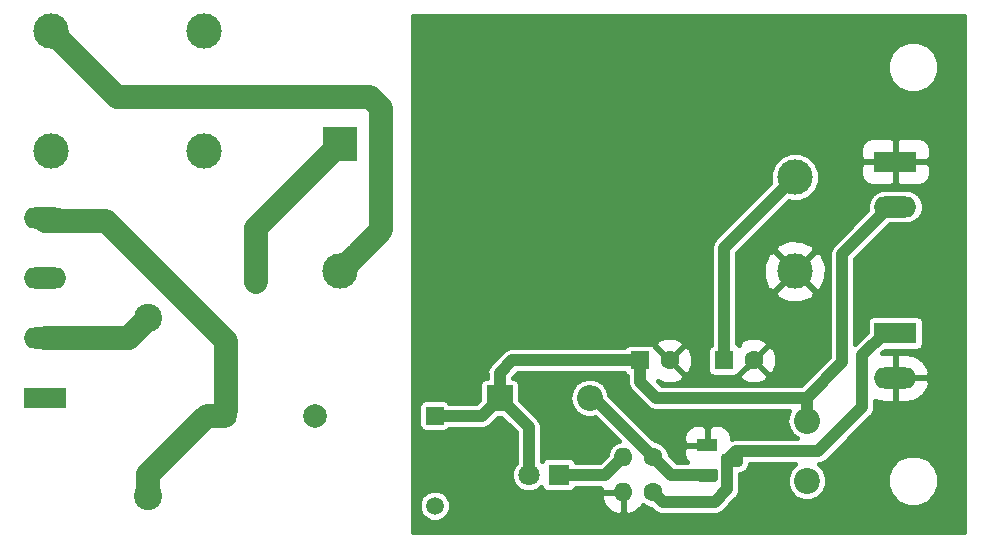
<source format=gbr>
G04 #@! TF.GenerationSoftware,KiCad,Pcbnew,(5.0.0-3-g5ebb6b6)*
G04 #@! TF.CreationDate,2018-11-29T16:19:06+00:00*
G04 #@! TF.ProjectId,PowerSupply,506F776572537570706C792E6B696361,rev?*
G04 #@! TF.SameCoordinates,Original*
G04 #@! TF.FileFunction,Copper,L1,Top,Signal*
G04 #@! TF.FilePolarity,Positive*
%FSLAX46Y46*%
G04 Gerber Fmt 4.6, Leading zero omitted, Abs format (unit mm)*
G04 Created by KiCad (PCBNEW (5.0.0-3-g5ebb6b6)) date Thursday, 29 November 2018 at 16:19:06*
%MOMM*%
%LPD*%
G01*
G04 APERTURE LIST*
G04 #@! TA.AperFunction,ComponentPad*
%ADD10C,2.400000*%
G04 #@! TD*
G04 #@! TA.AperFunction,ComponentPad*
%ADD11R,1.600000X1.600000*%
G04 #@! TD*
G04 #@! TA.AperFunction,ComponentPad*
%ADD12C,1.600000*%
G04 #@! TD*
G04 #@! TA.AperFunction,ComponentPad*
%ADD13R,2.200000X2.200000*%
G04 #@! TD*
G04 #@! TA.AperFunction,ComponentPad*
%ADD14O,2.200000X2.200000*%
G04 #@! TD*
G04 #@! TA.AperFunction,ComponentPad*
%ADD15R,1.800000X1.800000*%
G04 #@! TD*
G04 #@! TA.AperFunction,ComponentPad*
%ADD16C,1.800000*%
G04 #@! TD*
G04 #@! TA.AperFunction,ComponentPad*
%ADD17O,3.600000X1.800000*%
G04 #@! TD*
G04 #@! TA.AperFunction,ComponentPad*
%ADD18R,3.600000X1.800000*%
G04 #@! TD*
G04 #@! TA.AperFunction,ComponentPad*
%ADD19C,2.200000*%
G04 #@! TD*
G04 #@! TA.AperFunction,ComponentPad*
%ADD20C,3.000000*%
G04 #@! TD*
G04 #@! TA.AperFunction,ComponentPad*
%ADD21R,3.000000X3.000000*%
G04 #@! TD*
G04 #@! TA.AperFunction,Conductor*
%ADD22C,0.100000*%
G04 #@! TD*
G04 #@! TA.AperFunction,ComponentPad*
%ADD23C,1.100000*%
G04 #@! TD*
G04 #@! TA.AperFunction,ComponentPad*
%ADD24R,1.800000X1.100000*%
G04 #@! TD*
G04 #@! TA.AperFunction,ComponentPad*
%ADD25R,1.520000X1.520000*%
G04 #@! TD*
G04 #@! TA.AperFunction,ComponentPad*
%ADD26C,2.000000*%
G04 #@! TD*
G04 #@! TA.AperFunction,ComponentPad*
%ADD27C,1.520000*%
G04 #@! TD*
G04 #@! TA.AperFunction,ComponentPad*
%ADD28O,1.600000X1.600000*%
G04 #@! TD*
G04 #@! TA.AperFunction,Conductor*
%ADD29C,2.000000*%
G04 #@! TD*
G04 #@! TA.AperFunction,Conductor*
%ADD30C,1.000000*%
G04 #@! TD*
G04 #@! TA.AperFunction,Conductor*
%ADD31C,0.400000*%
G04 #@! TD*
G04 APERTURE END LIST*
D10*
G04 #@! TO.P,C1,1*
G04 #@! TO.N,Net-(C1-Pad1)*
X110236000Y-112268000D03*
G04 #@! TO.P,C1,2*
G04 #@! TO.N,Net-(C1-Pad2)*
X110236000Y-127268000D03*
G04 #@! TD*
D11*
G04 #@! TO.P,C2,1*
G04 #@! TO.N,Net-(C2-Pad1)*
X159004000Y-115824000D03*
D12*
G04 #@! TO.P,C2,2*
G04 #@! TO.N,GNDD*
X161504000Y-115824000D03*
G04 #@! TD*
G04 #@! TO.P,C3,2*
G04 #@! TO.N,GNDD*
X154392000Y-115824000D03*
D11*
G04 #@! TO.P,C3,1*
G04 #@! TO.N,5V*
X151892000Y-115824000D03*
G04 #@! TD*
D13*
G04 #@! TO.P,D1,1*
G04 #@! TO.N,5V*
X140000000Y-119000000D03*
D14*
G04 #@! TO.P,D1,2*
G04 #@! TO.N,Net-(D1-Pad2)*
X147620000Y-119000000D03*
G04 #@! TD*
D15*
G04 #@! TO.P,D2,1*
G04 #@! TO.N,Net-(D2-Pad1)*
X145000000Y-125500000D03*
D16*
G04 #@! TO.P,D2,2*
G04 #@! TO.N,5V*
X142460000Y-125500000D03*
G04 #@! TD*
D17*
G04 #@! TO.P,J2,2*
G04 #@! TO.N,GNDD*
X173500000Y-117310000D03*
D18*
G04 #@! TO.P,J2,1*
G04 #@! TO.N,Net-(J2-Pad1)*
X173500000Y-113500000D03*
G04 #@! TD*
G04 #@! TO.P,J3,1*
G04 #@! TO.N,GNDD*
X173500000Y-99000000D03*
D17*
G04 #@! TO.P,J3,2*
G04 #@! TO.N,5V*
X173500000Y-102810000D03*
G04 #@! TD*
D19*
G04 #@! TO.P,L1,1*
G04 #@! TO.N,Net-(C2-Pad1)*
X166000000Y-126000000D03*
D14*
G04 #@! TO.P,L1,2*
G04 #@! TO.N,5V*
X166000000Y-120920000D03*
G04 #@! TD*
D20*
G04 #@! TO.P,PS1,3*
G04 #@! TO.N,GNDD*
X164992000Y-108286000D03*
G04 #@! TO.P,PS1,2*
G04 #@! TO.N,Net-(F1-Pad1)*
X126492000Y-108286000D03*
G04 #@! TO.P,PS1,4*
G04 #@! TO.N,Net-(C2-Pad1)*
X164992000Y-100286000D03*
D21*
G04 #@! TO.P,PS1,1*
G04 #@! TO.N,Net-(C1-Pad1)*
X126492000Y-97536000D03*
G04 #@! TD*
D22*
G04 #@! TO.N,Net-(J2-Pad1)*
G04 #@! TO.C,Q1*
G36*
X160321955Y-123721324D02*
X160348650Y-123725284D01*
X160374828Y-123731841D01*
X160400238Y-123740933D01*
X160424634Y-123752472D01*
X160447782Y-123766346D01*
X160469458Y-123782422D01*
X160489454Y-123800546D01*
X160507578Y-123820542D01*
X160523654Y-123842218D01*
X160537528Y-123865366D01*
X160549067Y-123889762D01*
X160558159Y-123915172D01*
X160564716Y-123941350D01*
X160568676Y-123968045D01*
X160570000Y-123995000D01*
X160570000Y-124545000D01*
X160568676Y-124571955D01*
X160564716Y-124598650D01*
X160558159Y-124624828D01*
X160549067Y-124650238D01*
X160537528Y-124674634D01*
X160523654Y-124697782D01*
X160507578Y-124719458D01*
X160489454Y-124739454D01*
X160469458Y-124757578D01*
X160447782Y-124773654D01*
X160424634Y-124787528D01*
X160400238Y-124799067D01*
X160374828Y-124808159D01*
X160348650Y-124814716D01*
X160321955Y-124818676D01*
X160295000Y-124820000D01*
X159045000Y-124820000D01*
X159018045Y-124818676D01*
X158991350Y-124814716D01*
X158965172Y-124808159D01*
X158939762Y-124799067D01*
X158915366Y-124787528D01*
X158892218Y-124773654D01*
X158870542Y-124757578D01*
X158850546Y-124739454D01*
X158832422Y-124719458D01*
X158816346Y-124697782D01*
X158802472Y-124674634D01*
X158790933Y-124650238D01*
X158781841Y-124624828D01*
X158775284Y-124598650D01*
X158771324Y-124571955D01*
X158770000Y-124545000D01*
X158770000Y-123995000D01*
X158771324Y-123968045D01*
X158775284Y-123941350D01*
X158781841Y-123915172D01*
X158790933Y-123889762D01*
X158802472Y-123865366D01*
X158816346Y-123842218D01*
X158832422Y-123820542D01*
X158850546Y-123800546D01*
X158870542Y-123782422D01*
X158892218Y-123766346D01*
X158915366Y-123752472D01*
X158939762Y-123740933D01*
X158965172Y-123731841D01*
X158991350Y-123725284D01*
X159018045Y-123721324D01*
X159045000Y-123720000D01*
X160295000Y-123720000D01*
X160321955Y-123721324D01*
X160321955Y-123721324D01*
G37*
D23*
G04 #@! TD*
G04 #@! TO.P,Q1,2*
G04 #@! TO.N,Net-(J2-Pad1)*
X159670000Y-124270000D03*
D22*
G04 #@! TO.N,Net-(D1-Pad2)*
G04 #@! TO.C,Q1*
G36*
X158251955Y-124991324D02*
X158278650Y-124995284D01*
X158304828Y-125001841D01*
X158330238Y-125010933D01*
X158354634Y-125022472D01*
X158377782Y-125036346D01*
X158399458Y-125052422D01*
X158419454Y-125070546D01*
X158437578Y-125090542D01*
X158453654Y-125112218D01*
X158467528Y-125135366D01*
X158479067Y-125159762D01*
X158488159Y-125185172D01*
X158494716Y-125211350D01*
X158498676Y-125238045D01*
X158500000Y-125265000D01*
X158500000Y-125815000D01*
X158498676Y-125841955D01*
X158494716Y-125868650D01*
X158488159Y-125894828D01*
X158479067Y-125920238D01*
X158467528Y-125944634D01*
X158453654Y-125967782D01*
X158437578Y-125989458D01*
X158419454Y-126009454D01*
X158399458Y-126027578D01*
X158377782Y-126043654D01*
X158354634Y-126057528D01*
X158330238Y-126069067D01*
X158304828Y-126078159D01*
X158278650Y-126084716D01*
X158251955Y-126088676D01*
X158225000Y-126090000D01*
X156975000Y-126090000D01*
X156948045Y-126088676D01*
X156921350Y-126084716D01*
X156895172Y-126078159D01*
X156869762Y-126069067D01*
X156845366Y-126057528D01*
X156822218Y-126043654D01*
X156800542Y-126027578D01*
X156780546Y-126009454D01*
X156762422Y-125989458D01*
X156746346Y-125967782D01*
X156732472Y-125944634D01*
X156720933Y-125920238D01*
X156711841Y-125894828D01*
X156705284Y-125868650D01*
X156701324Y-125841955D01*
X156700000Y-125815000D01*
X156700000Y-125265000D01*
X156701324Y-125238045D01*
X156705284Y-125211350D01*
X156711841Y-125185172D01*
X156720933Y-125159762D01*
X156732472Y-125135366D01*
X156746346Y-125112218D01*
X156762422Y-125090542D01*
X156780546Y-125070546D01*
X156800542Y-125052422D01*
X156822218Y-125036346D01*
X156845366Y-125022472D01*
X156869762Y-125010933D01*
X156895172Y-125001841D01*
X156921350Y-124995284D01*
X156948045Y-124991324D01*
X156975000Y-124990000D01*
X158225000Y-124990000D01*
X158251955Y-124991324D01*
X158251955Y-124991324D01*
G37*
D23*
G04 #@! TD*
G04 #@! TO.P,Q1,3*
G04 #@! TO.N,Net-(D1-Pad2)*
X157600000Y-125540000D03*
D24*
G04 #@! TO.P,Q1,1*
G04 #@! TO.N,GNDD*
X157600000Y-123000000D03*
G04 #@! TD*
D25*
G04 #@! TO.P,RL1,1*
G04 #@! TO.N,5V*
X134500000Y-120500000D03*
D26*
G04 #@! TO.P,RL1,2*
G04 #@! TO.N,Net-(F2-Pad2)*
X124340000Y-120500000D03*
G04 #@! TO.P,RL1,3*
G04 #@! TO.N,Net-(C1-Pad2)*
X116720000Y-120500000D03*
D27*
G04 #@! TO.P,RL1,5*
G04 #@! TO.N,Net-(D1-Pad2)*
X134500000Y-128120000D03*
G04 #@! TD*
D12*
G04 #@! TO.P,RV1,1*
G04 #@! TO.N,Net-(C1-Pad1)*
X119380000Y-109220000D03*
G04 #@! TO.P,RV1,2*
G04 #@! TO.N,Net-(C1-Pad2)*
X116880000Y-114220000D03*
G04 #@! TD*
D20*
G04 #@! TO.P,F1,2*
G04 #@! TO.N,Net-(F1-Pad2)*
X102000000Y-98080000D03*
G04 #@! TO.P,F1,1*
G04 #@! TO.N,Net-(F1-Pad1)*
X102000000Y-87920000D03*
G04 #@! TD*
G04 #@! TO.P,F2,1*
G04 #@! TO.N,Net-(F1-Pad2)*
X115000000Y-87920000D03*
G04 #@! TO.P,F2,2*
G04 #@! TO.N,Net-(F2-Pad2)*
X115000000Y-98080000D03*
G04 #@! TD*
D28*
G04 #@! TO.P,R1,2*
G04 #@! TO.N,GNDD*
X150460000Y-127000000D03*
D12*
G04 #@! TO.P,R1,1*
G04 #@! TO.N,Net-(J2-Pad1)*
X153000000Y-127000000D03*
G04 #@! TD*
G04 #@! TO.P,R2,1*
G04 #@! TO.N,Net-(D1-Pad2)*
X153000000Y-124000000D03*
D28*
G04 #@! TO.P,R2,2*
G04 #@! TO.N,Net-(D2-Pad1)*
X150460000Y-124000000D03*
G04 #@! TD*
D18*
G04 #@! TO.P,J1,1*
G04 #@! TO.N,Net-(F1-Pad2)*
X101500000Y-119000000D03*
D17*
G04 #@! TO.P,J1,2*
G04 #@! TO.N,Net-(C1-Pad1)*
X101500000Y-113920000D03*
G04 #@! TO.P,J1,3*
X101500000Y-108840000D03*
G04 #@! TO.P,J1,4*
G04 #@! TO.N,Net-(C1-Pad2)*
X101500000Y-103760000D03*
G04 #@! TD*
D29*
G04 #@! TO.N,Net-(C1-Pad1)*
X119380000Y-104648000D02*
X126492000Y-97536000D01*
X119380000Y-109220000D02*
X119380000Y-104648000D01*
X108584000Y-113920000D02*
X110236000Y-112268000D01*
X101500000Y-113920000D02*
X108584000Y-113920000D01*
G04 #@! TO.N,Net-(C1-Pad2)*
X110236000Y-125476000D02*
X110236000Y-127268000D01*
X116500000Y-120500000D02*
X115212000Y-120500000D01*
X115212000Y-120500000D02*
X110236000Y-125476000D01*
X116880000Y-120120000D02*
X116500000Y-120500000D01*
X116880000Y-114220000D02*
X116880000Y-120120000D01*
X106660000Y-104000000D02*
X116880000Y-114220000D01*
X101500000Y-104000000D02*
X106660000Y-104000000D01*
D30*
G04 #@! TO.N,Net-(C2-Pad1)*
X159004000Y-106274000D02*
X164992000Y-100286000D01*
X159004000Y-115824000D02*
X159004000Y-106274000D01*
G04 #@! TO.N,5V*
X142500000Y-125460000D02*
X142460000Y-125500000D01*
X166000000Y-120920000D02*
X166000000Y-119000000D01*
X169000000Y-106810000D02*
X173000000Y-102810000D01*
X169000000Y-116000000D02*
X169000000Y-106810000D01*
X166000000Y-119000000D02*
X169000000Y-116000000D01*
X153268000Y-119000000D02*
X166000000Y-119000000D01*
X151892000Y-117624000D02*
X153268000Y-119000000D01*
X151892000Y-115824000D02*
X151892000Y-117624000D01*
X138500000Y-120500000D02*
X140000000Y-119000000D01*
X134500000Y-120500000D02*
X138500000Y-120500000D01*
X140000000Y-116900000D02*
X140000000Y-119000000D01*
X141076000Y-115824000D02*
X140000000Y-116900000D01*
X151892000Y-115824000D02*
X141076000Y-115824000D01*
X142460000Y-121460000D02*
X140000000Y-119000000D01*
X142460000Y-125500000D02*
X142460000Y-121460000D01*
G04 #@! TO.N,Net-(D1-Pad2)*
X148000000Y-119000000D02*
X153000000Y-124000000D01*
X147620000Y-119000000D02*
X148000000Y-119000000D01*
X154540000Y-125540000D02*
X158000000Y-125540000D01*
X153000000Y-124000000D02*
X154540000Y-125540000D01*
G04 #@! TO.N,Net-(D2-Pad1)*
X148960000Y-125500000D02*
X150460000Y-124000000D01*
X145000000Y-125500000D02*
X148960000Y-125500000D01*
D29*
G04 #@! TO.N,Net-(F1-Pad1)*
X127991999Y-106786001D02*
X126492000Y-108286000D01*
X130000000Y-104778000D02*
X127991999Y-106786001D01*
X130000000Y-94500000D02*
X130000000Y-104778000D01*
X129000000Y-93500000D02*
X130000000Y-94500000D01*
X107580000Y-93500000D02*
X129000000Y-93500000D01*
X102000000Y-87920000D02*
X107580000Y-93500000D01*
D30*
G04 #@! TO.N,Net-(J2-Pad1)*
X159270000Y-126730000D02*
X159270000Y-124270000D01*
X158200001Y-127799999D02*
X159270000Y-126730000D01*
X153799999Y-127799999D02*
X158200001Y-127799999D01*
X153000000Y-127000000D02*
X153799999Y-127799999D01*
X172600000Y-113500000D02*
X173500000Y-113500000D01*
X160040000Y-123500000D02*
X167000000Y-123500000D01*
X170700000Y-119800000D02*
X170700000Y-115400000D01*
X167000000Y-123500000D02*
X170700000Y-119800000D01*
X170700000Y-115400000D02*
X172600000Y-113500000D01*
X159270000Y-124270000D02*
X160040000Y-123500000D01*
G04 #@! TD*
D31*
G04 #@! TO.N,GNDD*
G36*
X179325001Y-130325000D02*
X132700000Y-130325000D01*
X132700000Y-127849479D01*
X133140000Y-127849479D01*
X133140000Y-128390521D01*
X133347048Y-128890378D01*
X133729622Y-129272952D01*
X134229479Y-129480000D01*
X134770521Y-129480000D01*
X135270378Y-129272952D01*
X135652952Y-128890378D01*
X135860000Y-128390521D01*
X135860000Y-127849479D01*
X135658144Y-127362156D01*
X148493062Y-127362156D01*
X148504193Y-127418127D01*
X148813080Y-128134754D01*
X149372696Y-128678625D01*
X150097844Y-128966941D01*
X150410000Y-128699378D01*
X150410000Y-127050000D01*
X148760735Y-127050000D01*
X148493062Y-127362156D01*
X135658144Y-127362156D01*
X135652952Y-127349622D01*
X135270378Y-126967048D01*
X134770521Y-126760000D01*
X134229479Y-126760000D01*
X133729622Y-126967048D01*
X133347048Y-127349622D01*
X133140000Y-127849479D01*
X132700000Y-127849479D01*
X132700000Y-119740000D01*
X133128246Y-119740000D01*
X133128246Y-121260000D01*
X133174813Y-121494108D01*
X133307425Y-121692575D01*
X133505892Y-121825187D01*
X133740000Y-121871754D01*
X135260000Y-121871754D01*
X135494108Y-121825187D01*
X135692575Y-121692575D01*
X135754432Y-121600000D01*
X138391661Y-121600000D01*
X138500000Y-121621550D01*
X138608339Y-121600000D01*
X138929199Y-121536177D01*
X139293056Y-121293056D01*
X139354428Y-121201206D01*
X139843880Y-120711754D01*
X140156120Y-120711754D01*
X141360001Y-121915636D01*
X141360000Y-124478679D01*
X141188361Y-124650318D01*
X140960000Y-125201631D01*
X140960000Y-125798369D01*
X141188361Y-126349682D01*
X141610318Y-126771639D01*
X142161631Y-127000000D01*
X142758369Y-127000000D01*
X143309682Y-126771639D01*
X143520279Y-126561042D01*
X143534813Y-126634108D01*
X143667425Y-126832575D01*
X143865892Y-126965187D01*
X144100000Y-127011754D01*
X145900000Y-127011754D01*
X146134108Y-126965187D01*
X146332575Y-126832575D01*
X146465187Y-126634108D01*
X146471972Y-126600000D01*
X148500588Y-126600000D01*
X148493062Y-126637844D01*
X148760735Y-126950000D01*
X150410000Y-126950000D01*
X150410000Y-126930000D01*
X150510000Y-126930000D01*
X150510000Y-126950000D01*
X150530000Y-126950000D01*
X150530000Y-127050000D01*
X150510000Y-127050000D01*
X150510000Y-128699378D01*
X150822156Y-128966941D01*
X151547304Y-128678625D01*
X152106920Y-128134754D01*
X152121358Y-128101258D01*
X152206963Y-128186863D01*
X152721523Y-128400000D01*
X152844365Y-128400000D01*
X152945572Y-128501207D01*
X153006943Y-128593055D01*
X153370800Y-128836176D01*
X153691660Y-128899999D01*
X153799998Y-128921549D01*
X153908336Y-128899999D01*
X158091662Y-128899999D01*
X158200001Y-128921549D01*
X158308340Y-128899999D01*
X158629200Y-128836176D01*
X158993057Y-128593055D01*
X159054429Y-128501205D01*
X159971209Y-127584426D01*
X160063056Y-127523056D01*
X160306177Y-127159199D01*
X160318193Y-127098789D01*
X160391550Y-126730001D01*
X160370000Y-126621662D01*
X160370000Y-125416836D01*
X160634346Y-125364254D01*
X160922030Y-125172030D01*
X161114254Y-124884346D01*
X161170814Y-124600000D01*
X164995837Y-124600000D01*
X164558810Y-125037027D01*
X164300000Y-125661849D01*
X164300000Y-126338151D01*
X164558810Y-126962973D01*
X165037027Y-127441190D01*
X165661849Y-127700000D01*
X166338151Y-127700000D01*
X166962973Y-127441190D01*
X167441190Y-126962973D01*
X167700000Y-126338151D01*
X167700000Y-125661849D01*
X167658804Y-125562393D01*
X172800000Y-125562393D01*
X172800000Y-126437607D01*
X173134930Y-127246200D01*
X173753800Y-127865070D01*
X174562393Y-128200000D01*
X175437607Y-128200000D01*
X176246200Y-127865070D01*
X176865070Y-127246200D01*
X177200000Y-126437607D01*
X177200000Y-125562393D01*
X176865070Y-124753800D01*
X176246200Y-124134930D01*
X175437607Y-123800000D01*
X174562393Y-123800000D01*
X173753800Y-124134930D01*
X173134930Y-124753800D01*
X172800000Y-125562393D01*
X167658804Y-125562393D01*
X167441190Y-125037027D01*
X167021447Y-124617284D01*
X167108339Y-124600000D01*
X167429199Y-124536177D01*
X167793056Y-124293056D01*
X167854428Y-124201206D01*
X171401209Y-120654426D01*
X171493056Y-120593056D01*
X171736177Y-120229199D01*
X171767684Y-120070801D01*
X171821550Y-119800001D01*
X171800000Y-119691662D01*
X171800000Y-119242164D01*
X172550000Y-119410000D01*
X173450000Y-119410000D01*
X173450000Y-117360000D01*
X173550000Y-117360000D01*
X173550000Y-119410000D01*
X174450000Y-119410000D01*
X175249829Y-119231013D01*
X175920279Y-118759569D01*
X176359281Y-118067442D01*
X176465736Y-117687804D01*
X176199305Y-117360000D01*
X173550000Y-117360000D01*
X173450000Y-117360000D01*
X173430000Y-117360000D01*
X173430000Y-117260000D01*
X173450000Y-117260000D01*
X173450000Y-115210000D01*
X173550000Y-115210000D01*
X173550000Y-117260000D01*
X176199305Y-117260000D01*
X176465736Y-116932196D01*
X176359281Y-116552558D01*
X175920279Y-115860431D01*
X175249829Y-115388987D01*
X174450000Y-115210000D01*
X173550000Y-115210000D01*
X173450000Y-115210000D01*
X172550000Y-115210000D01*
X172415546Y-115240088D01*
X172643881Y-115011754D01*
X175300000Y-115011754D01*
X175534108Y-114965187D01*
X175732575Y-114832575D01*
X175865187Y-114634108D01*
X175911754Y-114400000D01*
X175911754Y-112600000D01*
X175865187Y-112365892D01*
X175732575Y-112167425D01*
X175534108Y-112034813D01*
X175300000Y-111988246D01*
X171700000Y-111988246D01*
X171465892Y-112034813D01*
X171267425Y-112167425D01*
X171134813Y-112365892D01*
X171088246Y-112600000D01*
X171088246Y-113456119D01*
X170100000Y-114444366D01*
X170100000Y-107265634D01*
X173055635Y-104310000D01*
X174547733Y-104310000D01*
X174985271Y-104222968D01*
X175481439Y-103891439D01*
X175812968Y-103395271D01*
X175929386Y-102810000D01*
X175812968Y-102224729D01*
X175481439Y-101728561D01*
X174985271Y-101397032D01*
X174547733Y-101310000D01*
X172452267Y-101310000D01*
X172014729Y-101397032D01*
X171518561Y-101728561D01*
X171187032Y-102224729D01*
X171070614Y-102810000D01*
X171132623Y-103121742D01*
X168298792Y-105955574D01*
X168206945Y-106016944D01*
X168145576Y-106108790D01*
X167963823Y-106380802D01*
X167878450Y-106810000D01*
X167900001Y-106918344D01*
X167900000Y-115544366D01*
X165544366Y-117900000D01*
X153723635Y-117900000D01*
X153396156Y-117572522D01*
X153964724Y-117817915D01*
X154760287Y-117829649D01*
X155499781Y-117536041D01*
X155549790Y-117502626D01*
X155585924Y-117088634D01*
X154392000Y-115894711D01*
X154377858Y-115908853D01*
X154307147Y-115838142D01*
X154321289Y-115824000D01*
X154462711Y-115824000D01*
X155656634Y-117017924D01*
X156070626Y-116981790D01*
X156385915Y-116251276D01*
X156397649Y-115455713D01*
X156226243Y-115024000D01*
X157592246Y-115024000D01*
X157592246Y-116624000D01*
X157638813Y-116858108D01*
X157771425Y-117056575D01*
X157969892Y-117189187D01*
X158204000Y-117235754D01*
X159804000Y-117235754D01*
X160038108Y-117189187D01*
X160188595Y-117088634D01*
X160310076Y-117088634D01*
X160346210Y-117502626D01*
X161076724Y-117817915D01*
X161872287Y-117829649D01*
X162611781Y-117536041D01*
X162661790Y-117502626D01*
X162697924Y-117088634D01*
X161504000Y-115894711D01*
X160310076Y-117088634D01*
X160188595Y-117088634D01*
X160236575Y-117056575D01*
X160308786Y-116948504D01*
X161433289Y-115824000D01*
X161574711Y-115824000D01*
X162768634Y-117017924D01*
X163182626Y-116981790D01*
X163497915Y-116251276D01*
X163509649Y-115455713D01*
X163216041Y-114716219D01*
X163182626Y-114666210D01*
X162768634Y-114630076D01*
X161574711Y-115824000D01*
X161433289Y-115824000D01*
X161419147Y-115809858D01*
X161489858Y-115739147D01*
X161504000Y-115753289D01*
X162697924Y-114559366D01*
X162661790Y-114145374D01*
X161931276Y-113830085D01*
X161135713Y-113818351D01*
X160396219Y-114111959D01*
X160346210Y-114145374D01*
X160310076Y-114559362D01*
X160104000Y-114353286D01*
X160104000Y-110055454D01*
X163293257Y-110055454D01*
X163414606Y-110542161D01*
X164398073Y-110974064D01*
X165471961Y-110996733D01*
X166472779Y-110606717D01*
X166569394Y-110542161D01*
X166690743Y-110055454D01*
X164992000Y-108356711D01*
X163293257Y-110055454D01*
X160104000Y-110055454D01*
X160104000Y-108765961D01*
X162281267Y-108765961D01*
X162671283Y-109766779D01*
X162735839Y-109863394D01*
X163222546Y-109984743D01*
X164921289Y-108286000D01*
X165062711Y-108286000D01*
X166761454Y-109984743D01*
X167248161Y-109863394D01*
X167680064Y-108879927D01*
X167702733Y-107806039D01*
X167312717Y-106805221D01*
X167248161Y-106708606D01*
X166761454Y-106587257D01*
X165062711Y-108286000D01*
X164921289Y-108286000D01*
X163222546Y-106587257D01*
X162735839Y-106708606D01*
X162303936Y-107692073D01*
X162281267Y-108765961D01*
X160104000Y-108765961D01*
X160104000Y-106729634D01*
X160317088Y-106516546D01*
X163293257Y-106516546D01*
X164992000Y-108215289D01*
X166690743Y-106516546D01*
X166569394Y-106029839D01*
X165585927Y-105597936D01*
X164512039Y-105575267D01*
X163511221Y-105965283D01*
X163414606Y-106029839D01*
X163293257Y-106516546D01*
X160317088Y-106516546D01*
X164484729Y-102348905D01*
X164574284Y-102386000D01*
X165409716Y-102386000D01*
X166181554Y-102066294D01*
X166772294Y-101475554D01*
X167092000Y-100703716D01*
X167092000Y-99868284D01*
X166877320Y-99350000D01*
X170500000Y-99350000D01*
X170500000Y-100138695D01*
X170682689Y-100579746D01*
X171020255Y-100917311D01*
X171461305Y-101100000D01*
X173150000Y-101100000D01*
X173450000Y-100800000D01*
X173450000Y-99050000D01*
X173550000Y-99050000D01*
X173550000Y-100800000D01*
X173850000Y-101100000D01*
X175538695Y-101100000D01*
X175979745Y-100917311D01*
X176317311Y-100579746D01*
X176500000Y-100138695D01*
X176500000Y-99350000D01*
X176200000Y-99050000D01*
X173550000Y-99050000D01*
X173450000Y-99050000D01*
X170800000Y-99050000D01*
X170500000Y-99350000D01*
X166877320Y-99350000D01*
X166772294Y-99096446D01*
X166181554Y-98505706D01*
X165409716Y-98186000D01*
X164574284Y-98186000D01*
X163802446Y-98505706D01*
X163211706Y-99096446D01*
X162892000Y-99868284D01*
X162892000Y-100703716D01*
X162929095Y-100793271D01*
X158302792Y-105419574D01*
X158210945Y-105480944D01*
X158072294Y-105688450D01*
X157967823Y-105844802D01*
X157882450Y-106274000D01*
X157904001Y-106382344D01*
X157904000Y-114502841D01*
X157771425Y-114591425D01*
X157638813Y-114789892D01*
X157592246Y-115024000D01*
X156226243Y-115024000D01*
X156104041Y-114716219D01*
X156070626Y-114666210D01*
X155656634Y-114630076D01*
X154462711Y-115824000D01*
X154321289Y-115824000D01*
X153196786Y-114699496D01*
X153124575Y-114591425D01*
X153076596Y-114559366D01*
X153198076Y-114559366D01*
X154392000Y-115753289D01*
X155585924Y-114559366D01*
X155549790Y-114145374D01*
X154819276Y-113830085D01*
X154023713Y-113818351D01*
X153284219Y-114111959D01*
X153234210Y-114145374D01*
X153198076Y-114559366D01*
X153076596Y-114559366D01*
X152926108Y-114458813D01*
X152692000Y-114412246D01*
X151092000Y-114412246D01*
X150857892Y-114458813D01*
X150659425Y-114591425D01*
X150570841Y-114724000D01*
X141184339Y-114724000D01*
X141076000Y-114702450D01*
X140967661Y-114724000D01*
X140646801Y-114787823D01*
X140282944Y-115030944D01*
X140221573Y-115122792D01*
X139298794Y-116045572D01*
X139206944Y-116106944D01*
X138991622Y-116429198D01*
X138963823Y-116470802D01*
X138878450Y-116900000D01*
X138900000Y-117008339D01*
X138900000Y-117288246D01*
X138665892Y-117334813D01*
X138467425Y-117467425D01*
X138334813Y-117665892D01*
X138288246Y-117900000D01*
X138288246Y-119156120D01*
X138044366Y-119400000D01*
X135754432Y-119400000D01*
X135692575Y-119307425D01*
X135494108Y-119174813D01*
X135260000Y-119128246D01*
X133740000Y-119128246D01*
X133505892Y-119174813D01*
X133307425Y-119307425D01*
X133174813Y-119505892D01*
X133128246Y-119740000D01*
X132700000Y-119740000D01*
X132700000Y-97861305D01*
X170500000Y-97861305D01*
X170500000Y-98650000D01*
X170800000Y-98950000D01*
X173450000Y-98950000D01*
X173450000Y-97200000D01*
X173550000Y-97200000D01*
X173550000Y-98950000D01*
X176200000Y-98950000D01*
X176500000Y-98650000D01*
X176500000Y-97861305D01*
X176317311Y-97420254D01*
X175979745Y-97082689D01*
X175538695Y-96900000D01*
X173850000Y-96900000D01*
X173550000Y-97200000D01*
X173450000Y-97200000D01*
X173150000Y-96900000D01*
X171461305Y-96900000D01*
X171020255Y-97082689D01*
X170682689Y-97420254D01*
X170500000Y-97861305D01*
X132700000Y-97861305D01*
X132700000Y-90562393D01*
X172800000Y-90562393D01*
X172800000Y-91437607D01*
X173134930Y-92246200D01*
X173753800Y-92865070D01*
X174562393Y-93200000D01*
X175437607Y-93200000D01*
X176246200Y-92865070D01*
X176865070Y-92246200D01*
X177200000Y-91437607D01*
X177200000Y-90562393D01*
X176865070Y-89753800D01*
X176246200Y-89134930D01*
X175437607Y-88800000D01*
X174562393Y-88800000D01*
X173753800Y-89134930D01*
X173134930Y-89753800D01*
X172800000Y-90562393D01*
X132700000Y-90562393D01*
X132700000Y-86675000D01*
X179325000Y-86675000D01*
X179325001Y-130325000D01*
X179325001Y-130325000D01*
G37*
X179325001Y-130325000D02*
X132700000Y-130325000D01*
X132700000Y-127849479D01*
X133140000Y-127849479D01*
X133140000Y-128390521D01*
X133347048Y-128890378D01*
X133729622Y-129272952D01*
X134229479Y-129480000D01*
X134770521Y-129480000D01*
X135270378Y-129272952D01*
X135652952Y-128890378D01*
X135860000Y-128390521D01*
X135860000Y-127849479D01*
X135658144Y-127362156D01*
X148493062Y-127362156D01*
X148504193Y-127418127D01*
X148813080Y-128134754D01*
X149372696Y-128678625D01*
X150097844Y-128966941D01*
X150410000Y-128699378D01*
X150410000Y-127050000D01*
X148760735Y-127050000D01*
X148493062Y-127362156D01*
X135658144Y-127362156D01*
X135652952Y-127349622D01*
X135270378Y-126967048D01*
X134770521Y-126760000D01*
X134229479Y-126760000D01*
X133729622Y-126967048D01*
X133347048Y-127349622D01*
X133140000Y-127849479D01*
X132700000Y-127849479D01*
X132700000Y-119740000D01*
X133128246Y-119740000D01*
X133128246Y-121260000D01*
X133174813Y-121494108D01*
X133307425Y-121692575D01*
X133505892Y-121825187D01*
X133740000Y-121871754D01*
X135260000Y-121871754D01*
X135494108Y-121825187D01*
X135692575Y-121692575D01*
X135754432Y-121600000D01*
X138391661Y-121600000D01*
X138500000Y-121621550D01*
X138608339Y-121600000D01*
X138929199Y-121536177D01*
X139293056Y-121293056D01*
X139354428Y-121201206D01*
X139843880Y-120711754D01*
X140156120Y-120711754D01*
X141360001Y-121915636D01*
X141360000Y-124478679D01*
X141188361Y-124650318D01*
X140960000Y-125201631D01*
X140960000Y-125798369D01*
X141188361Y-126349682D01*
X141610318Y-126771639D01*
X142161631Y-127000000D01*
X142758369Y-127000000D01*
X143309682Y-126771639D01*
X143520279Y-126561042D01*
X143534813Y-126634108D01*
X143667425Y-126832575D01*
X143865892Y-126965187D01*
X144100000Y-127011754D01*
X145900000Y-127011754D01*
X146134108Y-126965187D01*
X146332575Y-126832575D01*
X146465187Y-126634108D01*
X146471972Y-126600000D01*
X148500588Y-126600000D01*
X148493062Y-126637844D01*
X148760735Y-126950000D01*
X150410000Y-126950000D01*
X150410000Y-126930000D01*
X150510000Y-126930000D01*
X150510000Y-126950000D01*
X150530000Y-126950000D01*
X150530000Y-127050000D01*
X150510000Y-127050000D01*
X150510000Y-128699378D01*
X150822156Y-128966941D01*
X151547304Y-128678625D01*
X152106920Y-128134754D01*
X152121358Y-128101258D01*
X152206963Y-128186863D01*
X152721523Y-128400000D01*
X152844365Y-128400000D01*
X152945572Y-128501207D01*
X153006943Y-128593055D01*
X153370800Y-128836176D01*
X153691660Y-128899999D01*
X153799998Y-128921549D01*
X153908336Y-128899999D01*
X158091662Y-128899999D01*
X158200001Y-128921549D01*
X158308340Y-128899999D01*
X158629200Y-128836176D01*
X158993057Y-128593055D01*
X159054429Y-128501205D01*
X159971209Y-127584426D01*
X160063056Y-127523056D01*
X160306177Y-127159199D01*
X160318193Y-127098789D01*
X160391550Y-126730001D01*
X160370000Y-126621662D01*
X160370000Y-125416836D01*
X160634346Y-125364254D01*
X160922030Y-125172030D01*
X161114254Y-124884346D01*
X161170814Y-124600000D01*
X164995837Y-124600000D01*
X164558810Y-125037027D01*
X164300000Y-125661849D01*
X164300000Y-126338151D01*
X164558810Y-126962973D01*
X165037027Y-127441190D01*
X165661849Y-127700000D01*
X166338151Y-127700000D01*
X166962973Y-127441190D01*
X167441190Y-126962973D01*
X167700000Y-126338151D01*
X167700000Y-125661849D01*
X167658804Y-125562393D01*
X172800000Y-125562393D01*
X172800000Y-126437607D01*
X173134930Y-127246200D01*
X173753800Y-127865070D01*
X174562393Y-128200000D01*
X175437607Y-128200000D01*
X176246200Y-127865070D01*
X176865070Y-127246200D01*
X177200000Y-126437607D01*
X177200000Y-125562393D01*
X176865070Y-124753800D01*
X176246200Y-124134930D01*
X175437607Y-123800000D01*
X174562393Y-123800000D01*
X173753800Y-124134930D01*
X173134930Y-124753800D01*
X172800000Y-125562393D01*
X167658804Y-125562393D01*
X167441190Y-125037027D01*
X167021447Y-124617284D01*
X167108339Y-124600000D01*
X167429199Y-124536177D01*
X167793056Y-124293056D01*
X167854428Y-124201206D01*
X171401209Y-120654426D01*
X171493056Y-120593056D01*
X171736177Y-120229199D01*
X171767684Y-120070801D01*
X171821550Y-119800001D01*
X171800000Y-119691662D01*
X171800000Y-119242164D01*
X172550000Y-119410000D01*
X173450000Y-119410000D01*
X173450000Y-117360000D01*
X173550000Y-117360000D01*
X173550000Y-119410000D01*
X174450000Y-119410000D01*
X175249829Y-119231013D01*
X175920279Y-118759569D01*
X176359281Y-118067442D01*
X176465736Y-117687804D01*
X176199305Y-117360000D01*
X173550000Y-117360000D01*
X173450000Y-117360000D01*
X173430000Y-117360000D01*
X173430000Y-117260000D01*
X173450000Y-117260000D01*
X173450000Y-115210000D01*
X173550000Y-115210000D01*
X173550000Y-117260000D01*
X176199305Y-117260000D01*
X176465736Y-116932196D01*
X176359281Y-116552558D01*
X175920279Y-115860431D01*
X175249829Y-115388987D01*
X174450000Y-115210000D01*
X173550000Y-115210000D01*
X173450000Y-115210000D01*
X172550000Y-115210000D01*
X172415546Y-115240088D01*
X172643881Y-115011754D01*
X175300000Y-115011754D01*
X175534108Y-114965187D01*
X175732575Y-114832575D01*
X175865187Y-114634108D01*
X175911754Y-114400000D01*
X175911754Y-112600000D01*
X175865187Y-112365892D01*
X175732575Y-112167425D01*
X175534108Y-112034813D01*
X175300000Y-111988246D01*
X171700000Y-111988246D01*
X171465892Y-112034813D01*
X171267425Y-112167425D01*
X171134813Y-112365892D01*
X171088246Y-112600000D01*
X171088246Y-113456119D01*
X170100000Y-114444366D01*
X170100000Y-107265634D01*
X173055635Y-104310000D01*
X174547733Y-104310000D01*
X174985271Y-104222968D01*
X175481439Y-103891439D01*
X175812968Y-103395271D01*
X175929386Y-102810000D01*
X175812968Y-102224729D01*
X175481439Y-101728561D01*
X174985271Y-101397032D01*
X174547733Y-101310000D01*
X172452267Y-101310000D01*
X172014729Y-101397032D01*
X171518561Y-101728561D01*
X171187032Y-102224729D01*
X171070614Y-102810000D01*
X171132623Y-103121742D01*
X168298792Y-105955574D01*
X168206945Y-106016944D01*
X168145576Y-106108790D01*
X167963823Y-106380802D01*
X167878450Y-106810000D01*
X167900001Y-106918344D01*
X167900000Y-115544366D01*
X165544366Y-117900000D01*
X153723635Y-117900000D01*
X153396156Y-117572522D01*
X153964724Y-117817915D01*
X154760287Y-117829649D01*
X155499781Y-117536041D01*
X155549790Y-117502626D01*
X155585924Y-117088634D01*
X154392000Y-115894711D01*
X154377858Y-115908853D01*
X154307147Y-115838142D01*
X154321289Y-115824000D01*
X154462711Y-115824000D01*
X155656634Y-117017924D01*
X156070626Y-116981790D01*
X156385915Y-116251276D01*
X156397649Y-115455713D01*
X156226243Y-115024000D01*
X157592246Y-115024000D01*
X157592246Y-116624000D01*
X157638813Y-116858108D01*
X157771425Y-117056575D01*
X157969892Y-117189187D01*
X158204000Y-117235754D01*
X159804000Y-117235754D01*
X160038108Y-117189187D01*
X160188595Y-117088634D01*
X160310076Y-117088634D01*
X160346210Y-117502626D01*
X161076724Y-117817915D01*
X161872287Y-117829649D01*
X162611781Y-117536041D01*
X162661790Y-117502626D01*
X162697924Y-117088634D01*
X161504000Y-115894711D01*
X160310076Y-117088634D01*
X160188595Y-117088634D01*
X160236575Y-117056575D01*
X160308786Y-116948504D01*
X161433289Y-115824000D01*
X161574711Y-115824000D01*
X162768634Y-117017924D01*
X163182626Y-116981790D01*
X163497915Y-116251276D01*
X163509649Y-115455713D01*
X163216041Y-114716219D01*
X163182626Y-114666210D01*
X162768634Y-114630076D01*
X161574711Y-115824000D01*
X161433289Y-115824000D01*
X161419147Y-115809858D01*
X161489858Y-115739147D01*
X161504000Y-115753289D01*
X162697924Y-114559366D01*
X162661790Y-114145374D01*
X161931276Y-113830085D01*
X161135713Y-113818351D01*
X160396219Y-114111959D01*
X160346210Y-114145374D01*
X160310076Y-114559362D01*
X160104000Y-114353286D01*
X160104000Y-110055454D01*
X163293257Y-110055454D01*
X163414606Y-110542161D01*
X164398073Y-110974064D01*
X165471961Y-110996733D01*
X166472779Y-110606717D01*
X166569394Y-110542161D01*
X166690743Y-110055454D01*
X164992000Y-108356711D01*
X163293257Y-110055454D01*
X160104000Y-110055454D01*
X160104000Y-108765961D01*
X162281267Y-108765961D01*
X162671283Y-109766779D01*
X162735839Y-109863394D01*
X163222546Y-109984743D01*
X164921289Y-108286000D01*
X165062711Y-108286000D01*
X166761454Y-109984743D01*
X167248161Y-109863394D01*
X167680064Y-108879927D01*
X167702733Y-107806039D01*
X167312717Y-106805221D01*
X167248161Y-106708606D01*
X166761454Y-106587257D01*
X165062711Y-108286000D01*
X164921289Y-108286000D01*
X163222546Y-106587257D01*
X162735839Y-106708606D01*
X162303936Y-107692073D01*
X162281267Y-108765961D01*
X160104000Y-108765961D01*
X160104000Y-106729634D01*
X160317088Y-106516546D01*
X163293257Y-106516546D01*
X164992000Y-108215289D01*
X166690743Y-106516546D01*
X166569394Y-106029839D01*
X165585927Y-105597936D01*
X164512039Y-105575267D01*
X163511221Y-105965283D01*
X163414606Y-106029839D01*
X163293257Y-106516546D01*
X160317088Y-106516546D01*
X164484729Y-102348905D01*
X164574284Y-102386000D01*
X165409716Y-102386000D01*
X166181554Y-102066294D01*
X166772294Y-101475554D01*
X167092000Y-100703716D01*
X167092000Y-99868284D01*
X166877320Y-99350000D01*
X170500000Y-99350000D01*
X170500000Y-100138695D01*
X170682689Y-100579746D01*
X171020255Y-100917311D01*
X171461305Y-101100000D01*
X173150000Y-101100000D01*
X173450000Y-100800000D01*
X173450000Y-99050000D01*
X173550000Y-99050000D01*
X173550000Y-100800000D01*
X173850000Y-101100000D01*
X175538695Y-101100000D01*
X175979745Y-100917311D01*
X176317311Y-100579746D01*
X176500000Y-100138695D01*
X176500000Y-99350000D01*
X176200000Y-99050000D01*
X173550000Y-99050000D01*
X173450000Y-99050000D01*
X170800000Y-99050000D01*
X170500000Y-99350000D01*
X166877320Y-99350000D01*
X166772294Y-99096446D01*
X166181554Y-98505706D01*
X165409716Y-98186000D01*
X164574284Y-98186000D01*
X163802446Y-98505706D01*
X163211706Y-99096446D01*
X162892000Y-99868284D01*
X162892000Y-100703716D01*
X162929095Y-100793271D01*
X158302792Y-105419574D01*
X158210945Y-105480944D01*
X158072294Y-105688450D01*
X157967823Y-105844802D01*
X157882450Y-106274000D01*
X157904001Y-106382344D01*
X157904000Y-114502841D01*
X157771425Y-114591425D01*
X157638813Y-114789892D01*
X157592246Y-115024000D01*
X156226243Y-115024000D01*
X156104041Y-114716219D01*
X156070626Y-114666210D01*
X155656634Y-114630076D01*
X154462711Y-115824000D01*
X154321289Y-115824000D01*
X153196786Y-114699496D01*
X153124575Y-114591425D01*
X153076596Y-114559366D01*
X153198076Y-114559366D01*
X154392000Y-115753289D01*
X155585924Y-114559366D01*
X155549790Y-114145374D01*
X154819276Y-113830085D01*
X154023713Y-113818351D01*
X153284219Y-114111959D01*
X153234210Y-114145374D01*
X153198076Y-114559366D01*
X153076596Y-114559366D01*
X152926108Y-114458813D01*
X152692000Y-114412246D01*
X151092000Y-114412246D01*
X150857892Y-114458813D01*
X150659425Y-114591425D01*
X150570841Y-114724000D01*
X141184339Y-114724000D01*
X141076000Y-114702450D01*
X140967661Y-114724000D01*
X140646801Y-114787823D01*
X140282944Y-115030944D01*
X140221573Y-115122792D01*
X139298794Y-116045572D01*
X139206944Y-116106944D01*
X138991622Y-116429198D01*
X138963823Y-116470802D01*
X138878450Y-116900000D01*
X138900000Y-117008339D01*
X138900000Y-117288246D01*
X138665892Y-117334813D01*
X138467425Y-117467425D01*
X138334813Y-117665892D01*
X138288246Y-117900000D01*
X138288246Y-119156120D01*
X138044366Y-119400000D01*
X135754432Y-119400000D01*
X135692575Y-119307425D01*
X135494108Y-119174813D01*
X135260000Y-119128246D01*
X133740000Y-119128246D01*
X133505892Y-119174813D01*
X133307425Y-119307425D01*
X133174813Y-119505892D01*
X133128246Y-119740000D01*
X132700000Y-119740000D01*
X132700000Y-97861305D01*
X170500000Y-97861305D01*
X170500000Y-98650000D01*
X170800000Y-98950000D01*
X173450000Y-98950000D01*
X173450000Y-97200000D01*
X173550000Y-97200000D01*
X173550000Y-98950000D01*
X176200000Y-98950000D01*
X176500000Y-98650000D01*
X176500000Y-97861305D01*
X176317311Y-97420254D01*
X175979745Y-97082689D01*
X175538695Y-96900000D01*
X173850000Y-96900000D01*
X173550000Y-97200000D01*
X173450000Y-97200000D01*
X173150000Y-96900000D01*
X171461305Y-96900000D01*
X171020255Y-97082689D01*
X170682689Y-97420254D01*
X170500000Y-97861305D01*
X132700000Y-97861305D01*
X132700000Y-90562393D01*
X172800000Y-90562393D01*
X172800000Y-91437607D01*
X173134930Y-92246200D01*
X173753800Y-92865070D01*
X174562393Y-93200000D01*
X175437607Y-93200000D01*
X176246200Y-92865070D01*
X176865070Y-92246200D01*
X177200000Y-91437607D01*
X177200000Y-90562393D01*
X176865070Y-89753800D01*
X176246200Y-89134930D01*
X175437607Y-88800000D01*
X174562393Y-88800000D01*
X173753800Y-89134930D01*
X173134930Y-89753800D01*
X172800000Y-90562393D01*
X132700000Y-90562393D01*
X132700000Y-86675000D01*
X179325000Y-86675000D01*
X179325001Y-130325000D01*
G36*
X150659425Y-117056575D02*
X150792001Y-117145160D01*
X150792001Y-117515657D01*
X150770450Y-117624000D01*
X150855823Y-118053198D01*
X150855824Y-118053199D01*
X151098945Y-118417056D01*
X151190792Y-118478426D01*
X152413574Y-119701208D01*
X152474944Y-119793056D01*
X152647478Y-119908339D01*
X152838801Y-120036177D01*
X153268000Y-120121550D01*
X153376339Y-120100000D01*
X164503335Y-120100000D01*
X164398636Y-120256693D01*
X164266696Y-120920000D01*
X164398636Y-121583307D01*
X164774369Y-122145631D01*
X165155059Y-122400000D01*
X160148337Y-122400000D01*
X160039999Y-122378450D01*
X159931661Y-122400000D01*
X159700000Y-122446080D01*
X159700000Y-122211305D01*
X159517311Y-121770254D01*
X159179745Y-121432689D01*
X158738695Y-121250000D01*
X157950000Y-121250000D01*
X157650000Y-121550000D01*
X157650000Y-122950000D01*
X157670000Y-122950000D01*
X157670000Y-123050000D01*
X157650000Y-123050000D01*
X157650000Y-123070000D01*
X157550000Y-123070000D01*
X157550000Y-123050000D01*
X155800000Y-123050000D01*
X155500000Y-123350000D01*
X155500000Y-123788695D01*
X155682689Y-124229746D01*
X155892944Y-124440000D01*
X154995635Y-124440000D01*
X154400000Y-123844366D01*
X154400000Y-123721523D01*
X154186863Y-123206963D01*
X153793037Y-122813137D01*
X153278477Y-122600000D01*
X153155635Y-122600000D01*
X152766940Y-122211305D01*
X155500000Y-122211305D01*
X155500000Y-122650000D01*
X155800000Y-122950000D01*
X157550000Y-122950000D01*
X157550000Y-121550000D01*
X157250000Y-121250000D01*
X156461305Y-121250000D01*
X156020255Y-121432689D01*
X155682689Y-121770254D01*
X155500000Y-122211305D01*
X152766940Y-122211305D01*
X149303065Y-118747431D01*
X149221364Y-118336693D01*
X148845631Y-117774369D01*
X148283307Y-117398636D01*
X147787430Y-117300000D01*
X147452570Y-117300000D01*
X146956693Y-117398636D01*
X146394369Y-117774369D01*
X146018636Y-118336693D01*
X145886696Y-119000000D01*
X146018636Y-119663307D01*
X146394369Y-120225631D01*
X146956693Y-120601364D01*
X147452570Y-120700000D01*
X147787430Y-120700000D01*
X148085146Y-120640781D01*
X150090447Y-122646081D01*
X149913747Y-122681229D01*
X149450657Y-122990657D01*
X149141229Y-123453747D01*
X149064407Y-123839958D01*
X148504366Y-124400000D01*
X146471972Y-124400000D01*
X146465187Y-124365892D01*
X146332575Y-124167425D01*
X146134108Y-124034813D01*
X145900000Y-123988246D01*
X144100000Y-123988246D01*
X143865892Y-124034813D01*
X143667425Y-124167425D01*
X143560000Y-124328197D01*
X143560000Y-121568338D01*
X143581550Y-121459999D01*
X143496177Y-121030801D01*
X143422142Y-120920000D01*
X143253056Y-120666944D01*
X143161209Y-120605574D01*
X141711754Y-119156120D01*
X141711754Y-117900000D01*
X141665187Y-117665892D01*
X141532575Y-117467425D01*
X141334108Y-117334813D01*
X141156208Y-117299426D01*
X141531635Y-116924000D01*
X150570841Y-116924000D01*
X150659425Y-117056575D01*
X150659425Y-117056575D01*
G37*
X150659425Y-117056575D02*
X150792001Y-117145160D01*
X150792001Y-117515657D01*
X150770450Y-117624000D01*
X150855823Y-118053198D01*
X150855824Y-118053199D01*
X151098945Y-118417056D01*
X151190792Y-118478426D01*
X152413574Y-119701208D01*
X152474944Y-119793056D01*
X152647478Y-119908339D01*
X152838801Y-120036177D01*
X153268000Y-120121550D01*
X153376339Y-120100000D01*
X164503335Y-120100000D01*
X164398636Y-120256693D01*
X164266696Y-120920000D01*
X164398636Y-121583307D01*
X164774369Y-122145631D01*
X165155059Y-122400000D01*
X160148337Y-122400000D01*
X160039999Y-122378450D01*
X159931661Y-122400000D01*
X159700000Y-122446080D01*
X159700000Y-122211305D01*
X159517311Y-121770254D01*
X159179745Y-121432689D01*
X158738695Y-121250000D01*
X157950000Y-121250000D01*
X157650000Y-121550000D01*
X157650000Y-122950000D01*
X157670000Y-122950000D01*
X157670000Y-123050000D01*
X157650000Y-123050000D01*
X157650000Y-123070000D01*
X157550000Y-123070000D01*
X157550000Y-123050000D01*
X155800000Y-123050000D01*
X155500000Y-123350000D01*
X155500000Y-123788695D01*
X155682689Y-124229746D01*
X155892944Y-124440000D01*
X154995635Y-124440000D01*
X154400000Y-123844366D01*
X154400000Y-123721523D01*
X154186863Y-123206963D01*
X153793037Y-122813137D01*
X153278477Y-122600000D01*
X153155635Y-122600000D01*
X152766940Y-122211305D01*
X155500000Y-122211305D01*
X155500000Y-122650000D01*
X155800000Y-122950000D01*
X157550000Y-122950000D01*
X157550000Y-121550000D01*
X157250000Y-121250000D01*
X156461305Y-121250000D01*
X156020255Y-121432689D01*
X155682689Y-121770254D01*
X155500000Y-122211305D01*
X152766940Y-122211305D01*
X149303065Y-118747431D01*
X149221364Y-118336693D01*
X148845631Y-117774369D01*
X148283307Y-117398636D01*
X147787430Y-117300000D01*
X147452570Y-117300000D01*
X146956693Y-117398636D01*
X146394369Y-117774369D01*
X146018636Y-118336693D01*
X145886696Y-119000000D01*
X146018636Y-119663307D01*
X146394369Y-120225631D01*
X146956693Y-120601364D01*
X147452570Y-120700000D01*
X147787430Y-120700000D01*
X148085146Y-120640781D01*
X150090447Y-122646081D01*
X149913747Y-122681229D01*
X149450657Y-122990657D01*
X149141229Y-123453747D01*
X149064407Y-123839958D01*
X148504366Y-124400000D01*
X146471972Y-124400000D01*
X146465187Y-124365892D01*
X146332575Y-124167425D01*
X146134108Y-124034813D01*
X145900000Y-123988246D01*
X144100000Y-123988246D01*
X143865892Y-124034813D01*
X143667425Y-124167425D01*
X143560000Y-124328197D01*
X143560000Y-121568338D01*
X143581550Y-121459999D01*
X143496177Y-121030801D01*
X143422142Y-120920000D01*
X143253056Y-120666944D01*
X143161209Y-120605574D01*
X141711754Y-119156120D01*
X141711754Y-117900000D01*
X141665187Y-117665892D01*
X141532575Y-117467425D01*
X141334108Y-117334813D01*
X141156208Y-117299426D01*
X141531635Y-116924000D01*
X150570841Y-116924000D01*
X150659425Y-117056575D01*
G04 #@! TD*
M02*

</source>
